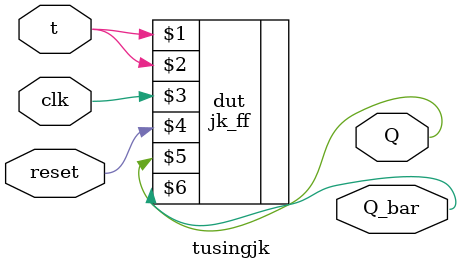
<source format=v>
`timescale 1ns / 1ps


module tusingjk(
input t,clk,reset,
output Q,Q_bar
    );
    jk_ff dut(t,t,clk,reset,Q,Q_bar);
endmodule

</source>
